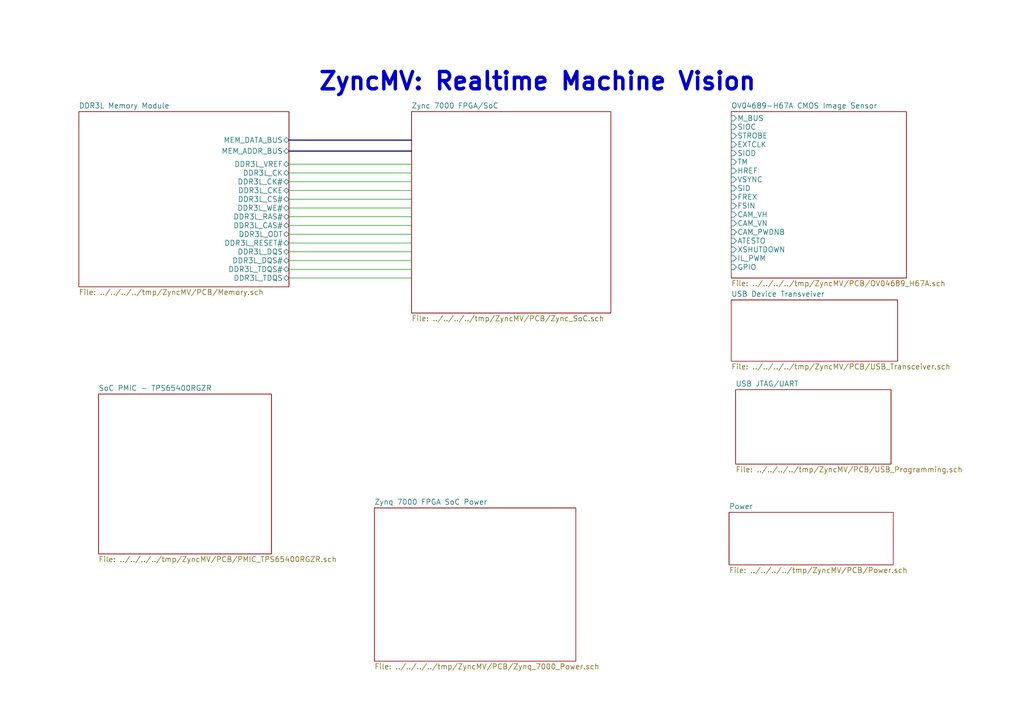
<source format=kicad_sch>
(kicad_sch (version 20230121) (generator eeschema)
  (paper "A4")
  (title_block (date "2016-12-23") (rev "0.1a") (company "GhostPCB") (comment 1 "Designed By: Adam Vadala-Roth") (comment 2 "Engineer : Adam Vadala-Roth"))
  (lib_symbols)
  (bus (pts (xy 83.82 40.64) (xy 119.38 40.64)))
  (wire (pts (xy 83.82 52.705) (xy 119.38 52.705)))
  (wire (pts (xy 83.82 55.245) (xy 119.38 55.245)))
  (wire (pts (xy 83.82 73.025) (xy 119.38 73.025)))
  (wire (pts (xy 83.82 78.105) (xy 119.38 78.105)))
  (wire (pts (xy 83.82 62.865) (xy 119.38 62.865)))
  (wire (pts (xy 83.82 65.405) (xy 119.38 65.405)))
  (wire (pts (xy 83.82 47.625) (xy 119.38 47.625)))
  (wire (pts (xy 83.82 75.565) (xy 119.38 75.565)))
  (wire (pts (xy 83.82 60.325) (xy 119.38 60.325)))
  (wire (pts (xy 83.82 50.165) (xy 119.38 50.165)))
  (wire (pts (xy 83.82 67.945) (xy 119.38 67.945)))
  (wire (pts (xy 83.82 57.785) (xy 119.38 57.785)))
  (bus (pts (xy 83.82 43.815) (xy 119.38 43.815)))
  (wire (pts (xy 83.82 80.645) (xy 119.38 80.645)))
  (wire (pts (xy 83.82 70.485) (xy 119.38 70.485)))
  (text "ZyncMV: Realtime Machine Vision" (at 92.075 26.67 0) (effects (font (size 5.0038 5.0038) (thickness 1.0008) bold) (justify left bottom)))
  (sheet (at 119.38 32.385) (size 57.785 58.42)
    (property "Sheetname" "Zync 7000 FPGA/SoC" (at 119.38 31.5464 0) (effects (font (size 1.524 1.524)) (justify left bottom)))
    (property "Sheetfile" "../../../../tmp/ZyncMV/PCB/Zync_SoC.sch" (at 119.38 91.4912 0) (effects (font (size 1.524 1.524)) (justify left top)))
  )
  (sheet (at 211.455 148.59) (size 47.625 15.24)
    (property "Sheetname" "Power" (at 211.455 147.7514 0) (effects (font (size 1.524 1.524)) (justify left bottom)))
    (property "Sheetfile" "../../../../tmp/ZyncMV/PCB/Power.sch" (at 211.455 164.5162 0) (effects (font (size 1.524 1.524)) (justify left top)))
  )
  (sheet (at 212.09 32.385) (size 50.8 48.26)
    (property "Sheetname" "OV04689-H67A CMOS Image Sensor" (at 212.09 31.5464 0) (effects (font (size 1.524 1.524)) (justify left bottom)))
    (property "Sheetfile" "../../../../tmp/ZyncMV/PCB/OV04689_H67A.sch" (at 212.09 81.3312 0) (effects (font (size 1.524 1.524)) (justify left top)))
    (pin "M_BUS" input (at 212.09 34.29 180) (effects (font (size 1.524 1.524))))
    (pin "SIOC" input (at 212.09 36.83 180) (effects (font (size 1.524 1.524))))
    (pin "STROBE" input (at 212.09 39.37 180) (effects (font (size 1.524 1.524))))
    (pin "EXTCLK" input (at 212.09 41.91 180) (effects (font (size 1.524 1.524))))
    (pin "SIOD" input (at 212.09 44.45 180) (effects (font (size 1.524 1.524))))
    (pin "TM" input (at 212.09 46.99 180) (effects (font (size 1.524 1.524))))
    (pin "HREF" input (at 212.09 49.53 180) (effects (font (size 1.524 1.524))))
    (pin "VSYNC" input (at 212.09 52.07 180) (effects (font (size 1.524 1.524))))
    (pin "SID" input (at 212.09 54.61 180) (effects (font (size 1.524 1.524))))
    (pin "FREX" input (at 212.09 57.15 180) (effects (font (size 1.524 1.524))))
    (pin "FSIN" input (at 212.09 59.69 180) (effects (font (size 1.524 1.524))))
    (pin "CAM_VH" input (at 212.09 62.23 180) (effects (font (size 1.524 1.524))))
    (pin "CAM_VN" input (at 212.09 64.77 180) (effects (font (size 1.524 1.524))))
    (pin "CAM_PWDNB" input (at 212.09 67.31 180) (effects (font (size 1.524 1.524))))
    (pin "ATESTO" input (at 212.09 69.85 180) (effects (font (size 1.524 1.524))))
    (pin "XSHUTDOWN" input (at 212.09 72.39 180) (effects (font (size 1.524 1.524))))
    (pin "GPIO" input (at 212.09 77.47 180) (effects (font (size 1.524 1.524))))
    (pin "IL_PWM" input (at 212.09 74.93 180) (effects (font (size 1.524 1.524))))
  )
  (sheet (at 22.86 32.385) (size 60.96 50.8)
    (property "Sheetname" "DDR3L Memory Module" (at 22.86 31.5464 0) (effects (font (size 1.524 1.524)) (justify left bottom)))
    (property "Sheetfile" "../../../../tmp/ZyncMV/PCB/Memory.sch" (at 22.86 83.8712 0) (effects (font (size 1.524 1.524)) (justify left top)))
    (pin "MEM_DATA_BUS" bidirectional (at 83.82 40.64 0) (effects (font (size 1.524 1.524))))
    (pin "MEM_ADDR_BUS" bidirectional (at 83.82 43.815 0) (effects (font (size 1.524 1.524))))
    (pin "DDR3L_VREF" bidirectional (at 83.82 47.625 0) (effects (font (size 1.524 1.524))))
    (pin "DDR3L_CK" bidirectional (at 83.82 50.165 0) (effects (font (size 1.524 1.524))))
    (pin "DDR3L_CK#" bidirectional (at 83.82 52.705 0) (effects (font (size 1.524 1.524))))
    (pin "DDR3L_CKE" bidirectional (at 83.82 55.245 0) (effects (font (size 1.524 1.524))))
    (pin "DDR3L_CS#" bidirectional (at 83.82 57.785 0) (effects (font (size 1.524 1.524))))
    (pin "DDR3L_WE#" bidirectional (at 83.82 60.325 0) (effects (font (size 1.524 1.524))))
    (pin "DDR3L_RAS#" bidirectional (at 83.82 62.865 0) (effects (font (size 1.524 1.524))))
    (pin "DDR3L_CAS#" bidirectional (at 83.82 65.405 0) (effects (font (size 1.524 1.524))))
    (pin "DDR3L_ODT" bidirectional (at 83.82 67.945 0) (effects (font (size 1.524 1.524))))
    (pin "DDR3L_RESET#" bidirectional (at 83.82 70.485 0) (effects (font (size 1.524 1.524))))
    (pin "DDR3L_DQS" bidirectional (at 83.82 73.025 0) (effects (font (size 1.524 1.524))))
    (pin "DDR3L_DQS#" bidirectional (at 83.82 75.565 0) (effects (font (size 1.524 1.524))))
    (pin "DDR3L_TDQS#" bidirectional (at 83.82 78.105 0) (effects (font (size 1.524 1.524))))
    (pin "DDR3L_TDQS" bidirectional (at 83.82 80.645 0) (effects (font (size 1.524 1.524))))
  )
  (sheet (at 212.09 86.995) (size 48.26 17.78)
    (property "Sheetname" "USB Device Transveiver" (at 212.09 86.1564 0) (effects (font (size 1.524 1.524)) (justify left bottom)))
    (property "Sheetfile" "../../../../tmp/ZyncMV/PCB/USB_Transceiver.sch" (at 212.09 105.4612 0) (effects (font (size 1.524 1.524)) (justify left top)))
  )
  (sheet (at 108.585 147.32) (size 58.42 44.45)
    (property "Sheetname" "Zynq 7000 FPGA SoC Power" (at 108.585 146.4814 0) (effects (font (size 1.524 1.524)) (justify left bottom)))
    (property "Sheetfile" "../../../../tmp/ZyncMV/PCB/Zynq_7000_Power.sch" (at 108.585 192.4562 0) (effects (font (size 1.524 1.524)) (justify left top)))
  )
  (sheet (at 28.575 114.3) (size 50.165 46.355)
    (property "Sheetname" "SoC PMIC - TPS65400RGZR" (at 28.575 113.4614 0) (effects (font (size 1.524 1.524)) (justify left bottom)))
    (property "Sheetfile" "../../../../tmp/ZyncMV/PCB/PMIC_TPS65400RGZR.sch" (at 28.575 161.3412 0) (effects (font (size 1.524 1.524)) (justify left top)))
  )
  (sheet (at 213.36 113.03) (size 45.085 21.59)
    (property "Sheetname" "USB JTAG/UART" (at 213.36 112.1914 0) (effects (font (size 1.524 1.524)) (justify left bottom)))
    (property "Sheetfile" "../../../../tmp/ZyncMV/PCB/USB_Programming.sch" (at 213.36 135.3062 0) (effects (font (size 1.524 1.524)) (justify left top)))
  )
)
</source>
